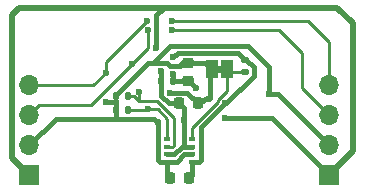
<source format=gbr>
%TF.GenerationSoftware,KiCad,Pcbnew,6.0.11-2627ca5db0~126~ubuntu22.04.1*%
%TF.CreationDate,2023-09-07T18:02:02+02:00*%
%TF.ProjectId,I2C_Module_BME280_FUEL4EP,4932435f-4d6f-4647-956c-655f424d4532,V1.0*%
%TF.SameCoordinates,Original*%
%TF.FileFunction,Copper,L1,Top*%
%TF.FilePolarity,Positive*%
%FSLAX46Y46*%
G04 Gerber Fmt 4.6, Leading zero omitted, Abs format (unit mm)*
G04 Created by KiCad (PCBNEW 6.0.11-2627ca5db0~126~ubuntu22.04.1) date 2023-09-07 18:02:02*
%MOMM*%
%LPD*%
G01*
G04 APERTURE LIST*
G04 Aperture macros list*
%AMRoundRect*
0 Rectangle with rounded corners*
0 $1 Rounding radius*
0 $2 $3 $4 $5 $6 $7 $8 $9 X,Y pos of 4 corners*
0 Add a 4 corners polygon primitive as box body*
4,1,4,$2,$3,$4,$5,$6,$7,$8,$9,$2,$3,0*
0 Add four circle primitives for the rounded corners*
1,1,$1+$1,$2,$3*
1,1,$1+$1,$4,$5*
1,1,$1+$1,$6,$7*
1,1,$1+$1,$8,$9*
0 Add four rect primitives between the rounded corners*
20,1,$1+$1,$2,$3,$4,$5,0*
20,1,$1+$1,$4,$5,$6,$7,0*
20,1,$1+$1,$6,$7,$8,$9,0*
20,1,$1+$1,$8,$9,$2,$3,0*%
G04 Aperture macros list end*
%TA.AperFunction,SMDPad,CuDef*%
%ADD10RoundRect,0.225000X0.250000X-0.225000X0.250000X0.225000X-0.250000X0.225000X-0.250000X-0.225000X0*%
%TD*%
%TA.AperFunction,ComponentPad*%
%ADD11R,1.700000X1.700000*%
%TD*%
%TA.AperFunction,ComponentPad*%
%ADD12O,1.700000X1.700000*%
%TD*%
%TA.AperFunction,SMDPad,CuDef*%
%ADD13RoundRect,0.147500X-0.147500X-0.172500X0.147500X-0.172500X0.147500X0.172500X-0.147500X0.172500X0*%
%TD*%
%TA.AperFunction,SMDPad,CuDef*%
%ADD14R,0.500000X0.350000*%
%TD*%
%TA.AperFunction,SMDPad,CuDef*%
%ADD15R,1.000000X1.500000*%
%TD*%
%TA.AperFunction,SMDPad,CuDef*%
%ADD16RoundRect,0.225000X0.225000X0.250000X-0.225000X0.250000X-0.225000X-0.250000X0.225000X-0.250000X0*%
%TD*%
%TA.AperFunction,SMDPad,CuDef*%
%ADD17RoundRect,0.135000X0.135000X0.185000X-0.135000X0.185000X-0.135000X-0.185000X0.135000X-0.185000X0*%
%TD*%
%TA.AperFunction,SMDPad,CuDef*%
%ADD18RoundRect,0.135000X-0.185000X0.135000X-0.185000X-0.135000X0.185000X-0.135000X0.185000X0.135000X0*%
%TD*%
%TA.AperFunction,SMDPad,CuDef*%
%ADD19RoundRect,0.225000X-0.225000X-0.250000X0.225000X-0.250000X0.225000X0.250000X-0.225000X0.250000X0*%
%TD*%
%TA.AperFunction,ViaPad*%
%ADD20C,0.600000*%
%TD*%
%TA.AperFunction,Conductor*%
%ADD21C,0.500000*%
%TD*%
%TA.AperFunction,Conductor*%
%ADD22C,0.400000*%
%TD*%
%TA.AperFunction,Conductor*%
%ADD23C,0.250000*%
%TD*%
G04 APERTURE END LIST*
%TO.C,JP1*%
G36*
X18860000Y10685000D02*
G01*
X18360000Y10685000D01*
X18360000Y11285000D01*
X18860000Y11285000D01*
X18860000Y10685000D01*
G37*
%TD*%
D10*
%TO.P,C1,1*%
%TO.N,VDDA*%
X16000000Y9975000D03*
%TO.P,C1,2*%
%TO.N,GND*%
X16000000Y11525000D03*
%TD*%
D11*
%TO.P,J1,1,Pin_1*%
%TO.N,VCC*%
X2500000Y2000000D03*
D12*
%TO.P,J1,2,Pin_2*%
%TO.N,GND*%
X2500000Y4540000D03*
%TO.P,J1,3,Pin_3*%
%TO.N,/SCL*%
X2500000Y7080000D03*
%TO.P,J1,4,Pin_4*%
%TO.N,/SDA*%
X2500000Y9620000D03*
%TD*%
D13*
%TO.P,FB1,1*%
%TO.N,VCC*%
X13715000Y10000000D03*
%TO.P,FB1,2*%
%TO.N,VDDA*%
X14685000Y10000000D03*
%TD*%
D11*
%TO.P,J2,1,Pin_1*%
%TO.N,VCC*%
X27900000Y2000000D03*
D12*
%TO.P,J2,2,Pin_2*%
%TO.N,GND*%
X27900000Y4540000D03*
%TO.P,J2,3,Pin_3*%
%TO.N,/SCL*%
X27900000Y7080000D03*
%TO.P,J2,4,Pin_4*%
%TO.N,/SDA*%
X27900000Y9620000D03*
%TD*%
D14*
%TO.P,U1,1,GND*%
%TO.N,GND*%
X14225000Y3125000D03*
%TO.P,U1,2,CSB*%
%TO.N,VCC*%
X14225000Y3775000D03*
%TO.P,U1,3,SDI*%
%TO.N,/SDA*%
X14225000Y4425000D03*
%TO.P,U1,4,SCK*%
%TO.N,/SCL*%
X14225000Y5075000D03*
%TO.P,U1,5,SDO*%
%TO.N,Net-(JP1-Pad2)*%
X16275000Y5075000D03*
%TO.P,U1,6,VDDIO*%
%TO.N,VCC*%
X16275000Y4425000D03*
%TO.P,U1,7,GND*%
%TO.N,GND*%
X16275000Y3775000D03*
%TO.P,U1,8,VDD*%
%TO.N,VDDA*%
X16275000Y3125000D03*
%TD*%
D15*
%TO.P,JP1,1,A*%
%TO.N,GND*%
X17960000Y10985000D03*
%TO.P,JP1,2,B*%
%TO.N,Net-(JP1-Pad2)*%
X19260000Y10985000D03*
%TD*%
D16*
%TO.P,C3,1*%
%TO.N,GND*%
X16775000Y8100000D03*
%TO.P,C3,2*%
%TO.N,VCC*%
X15225000Y8100000D03*
%TD*%
D17*
%TO.P,R1,1*%
%TO.N,/SDA*%
X10890000Y8715000D03*
%TO.P,R1,2*%
%TO.N,GND*%
X9870000Y8715000D03*
%TD*%
D18*
%TO.P,R3,1*%
%TO.N,VDDA*%
X20800000Y11810000D03*
%TO.P,R3,2*%
%TO.N,Net-(JP1-Pad2)*%
X20800000Y10790000D03*
%TD*%
D19*
%TO.P,C4,1*%
%TO.N,GND*%
X14475000Y1800000D03*
%TO.P,C4,2*%
%TO.N,VDDA*%
X16025000Y1800000D03*
%TD*%
D17*
%TO.P,R2,1*%
%TO.N,/SCL*%
X10910000Y7500000D03*
%TO.P,R2,2*%
%TO.N,GND*%
X9890000Y7500000D03*
%TD*%
D20*
%TO.N,VCC*%
X13700000Y10800000D03*
X13256717Y12747565D03*
X15625000Y6675000D03*
X19068742Y6831258D03*
%TO.N,GND*%
X15952178Y11675500D03*
X9000000Y8200000D03*
X17719014Y8491742D03*
X13400000Y6500000D03*
X22800000Y8900000D03*
X14400000Y9000000D03*
%TO.N,/SCL*%
X12557217Y14300000D03*
X11200000Y11400000D03*
X12600000Y7600000D03*
X14600000Y14300000D03*
%TO.N,/SDA*%
X9000000Y10700000D03*
X12486493Y15096368D03*
X14600000Y15099503D03*
X11800000Y9100000D03*
%TO.N,VDDA*%
X14685000Y10597577D03*
X14700000Y12000000D03*
X16600000Y9400000D03*
X19095802Y8104198D03*
%TD*%
D21*
%TO.N,VCC*%
X1672685Y16210000D02*
X1800000Y16210000D01*
D22*
X15450000Y4425000D02*
X14800000Y3775000D01*
D21*
X29945000Y4045000D02*
X29945000Y14868858D01*
D22*
X23068742Y6831258D02*
X19068742Y6831258D01*
X14800000Y3775000D02*
X14225000Y3775000D01*
X13256717Y15556717D02*
X13256717Y12747565D01*
D21*
X1800000Y16210000D02*
X13910000Y16210000D01*
D22*
X13700500Y8710257D02*
X14310757Y8100000D01*
D21*
X13910000Y16210000D02*
X28603858Y16210000D01*
X29945000Y14868858D02*
X28603858Y16210000D01*
D22*
X13700500Y9289743D02*
X13700500Y8710257D01*
X13715000Y10000000D02*
X13715000Y9304243D01*
X15625000Y4500000D02*
X15625000Y7700000D01*
X27900000Y2000000D02*
X23068742Y6831258D01*
X13715000Y10000000D02*
X13715000Y10785000D01*
D21*
X27900000Y2000000D02*
X29945000Y4045000D01*
D22*
X14310757Y8100000D02*
X15225000Y8100000D01*
D21*
X1030000Y15567315D02*
X1672685Y16210000D01*
D22*
X13715000Y9304243D02*
X13700500Y9289743D01*
X15700000Y4425000D02*
X15625000Y4500000D01*
X13715000Y10785000D02*
X13700000Y10800000D01*
X13910000Y16210000D02*
X13256717Y15556717D01*
X16275000Y4425000D02*
X15450000Y4425000D01*
D21*
X2500000Y2000000D02*
X1030000Y3470000D01*
D22*
X15625000Y7700000D02*
X15225000Y8100000D01*
D21*
X1030000Y3470000D02*
X1030000Y15567315D01*
D22*
X16275000Y4425000D02*
X15700000Y4425000D01*
%TO.N,GND*%
X22800000Y11181604D02*
X21007104Y12974500D01*
X14425000Y8975000D02*
X15900000Y8975000D01*
X14225000Y2050000D02*
X14475000Y1800000D01*
X13575000Y3125000D02*
X13400000Y3300000D01*
X15489743Y11500500D02*
X15289743Y11300500D01*
X21007104Y12974500D02*
X14472896Y12974500D01*
X12598896Y11500500D02*
X9870000Y8771604D01*
X17800000Y8572728D02*
X17719014Y8491742D01*
X13400000Y3300000D02*
X13400000Y6500000D01*
X14425000Y8975000D02*
X14400000Y9000000D01*
X17800000Y10825000D02*
X17800000Y8572728D01*
X22800000Y8900000D02*
X22800000Y11181604D01*
X8920000Y6780000D02*
X8900000Y6800000D01*
X17391742Y8491742D02*
X17719014Y8491742D01*
X15975500Y11500500D02*
X15489743Y11500500D01*
X13400000Y6500000D02*
X13100000Y6800000D01*
X14472896Y12974500D02*
X12998896Y11500500D01*
X8900000Y6800000D02*
X4760000Y6800000D01*
X14225000Y3125000D02*
X14225000Y2050000D01*
X17000000Y8100000D02*
X17391742Y8491742D01*
X9870000Y8315000D02*
X9870000Y8070000D01*
X9890000Y6890000D02*
X9780000Y6780000D01*
X9890000Y7500000D02*
X9890000Y6890000D01*
X23540000Y8900000D02*
X22800000Y8900000D01*
X16775000Y8100000D02*
X15900000Y8975000D01*
X9000000Y8200000D02*
X9740000Y8200000D01*
X9870000Y8070000D02*
X9870000Y7770000D01*
X9740000Y8200000D02*
X9870000Y8070000D01*
X14410257Y11300500D02*
X14210257Y11500500D01*
X12998896Y11500500D02*
X12598896Y11500500D01*
X13100000Y6800000D02*
X11286604Y6800000D01*
X14210257Y11500500D02*
X12998896Y11500500D01*
X4760000Y6800000D02*
X2500000Y4540000D01*
X11286604Y6800000D02*
X11266604Y6780000D01*
X16275000Y3775000D02*
X15647822Y3775000D01*
X17420000Y11525000D02*
X17960000Y10985000D01*
X14225000Y3125000D02*
X13575000Y3125000D01*
X16000000Y11525000D02*
X17420000Y11525000D01*
X9780000Y6780000D02*
X8920000Y6780000D01*
X14997822Y3125000D02*
X14225000Y3125000D01*
X15647822Y3775000D02*
X14997822Y3125000D01*
X11266604Y6780000D02*
X9780000Y6780000D01*
X15289743Y11300500D02*
X14410257Y11300500D01*
X27900000Y4540000D02*
X23540000Y8900000D01*
D23*
%TO.N,/SCL*%
X14225000Y5075000D02*
X14225000Y6808311D01*
X23700000Y14300000D02*
X14600000Y14300000D01*
X13433311Y7600000D02*
X12600000Y7600000D01*
X25600000Y9380000D02*
X25600000Y12400000D01*
X25600000Y12400000D02*
X23700000Y14300000D01*
X27900000Y7080000D02*
X25600000Y9380000D01*
X11200000Y11400000D02*
X12557217Y12757217D01*
X2500000Y7080000D02*
X3350000Y7930000D01*
X12557217Y12757217D02*
X12557217Y14300000D01*
X14225000Y6808311D02*
X13433311Y7600000D01*
X10910000Y7500000D02*
X12500000Y7500000D01*
X3350000Y7930000D02*
X7730000Y7930000D01*
X7730000Y7930000D02*
X11200000Y11400000D01*
X12500000Y7500000D02*
X12600000Y7600000D01*
%TO.N,/SDA*%
X2500000Y9620000D02*
X7920000Y9620000D01*
X11800000Y9100000D02*
X11800000Y8330000D01*
X7920000Y9620000D02*
X9000000Y10700000D01*
X27900000Y9620000D02*
X27900000Y13300000D01*
X11800000Y8330000D02*
X11815000Y8315000D01*
X14225000Y4425000D02*
X14650000Y4425000D01*
X13354001Y8315000D02*
X11815000Y8315000D01*
X27900000Y13300000D02*
X26100497Y15099503D01*
X26100497Y15099503D02*
X14600000Y15099503D01*
X12470408Y15096368D02*
X12486493Y15096368D01*
X9000000Y11625960D02*
X12470408Y15096368D01*
X14800000Y4575000D02*
X14800000Y6869001D01*
X11415000Y8715000D02*
X10890000Y8715000D01*
X14800000Y6869001D02*
X13354001Y8315000D01*
X14650000Y4425000D02*
X14800000Y4575000D01*
X9000000Y10700000D02*
X9000000Y11625960D01*
X11815000Y8315000D02*
X11415000Y8715000D01*
D22*
%TO.N,VDDA*%
X14685000Y10000000D02*
X14685000Y10597577D01*
X17075000Y3275000D02*
X17075000Y6083396D01*
X16025000Y9975000D02*
X16600000Y9400000D01*
X16275000Y3125000D02*
X16925000Y3125000D01*
X20235000Y12375000D02*
X20800000Y11810000D01*
X16275000Y2050000D02*
X16025000Y1800000D01*
X14700000Y12000000D02*
X15075000Y12375000D01*
X15075000Y12375000D02*
X20235000Y12375000D01*
X17075000Y6083396D02*
X19095802Y8104198D01*
X19190802Y8104198D02*
X19095802Y8104198D01*
X21520000Y11146604D02*
X21520000Y10433396D01*
X21520000Y10433396D02*
X19190802Y8104198D01*
X16275000Y3125000D02*
X16275000Y2050000D01*
X16000000Y9975000D02*
X14710000Y9975000D01*
X16925000Y3125000D02*
X17075000Y3275000D01*
X20856604Y11810000D02*
X21520000Y11146604D01*
D23*
%TO.N,Net-(JP1-Pad2)*%
X18471302Y8221454D02*
X18471302Y8362875D01*
X19260000Y9151573D02*
X19260000Y10985000D01*
X18471302Y8362875D02*
X19260000Y9151573D01*
X16275000Y5075000D02*
X16275000Y6025152D01*
X20800000Y10790000D02*
X19455000Y10790000D01*
X16275000Y6025152D02*
X18471302Y8221454D01*
%TD*%
M02*

</source>
